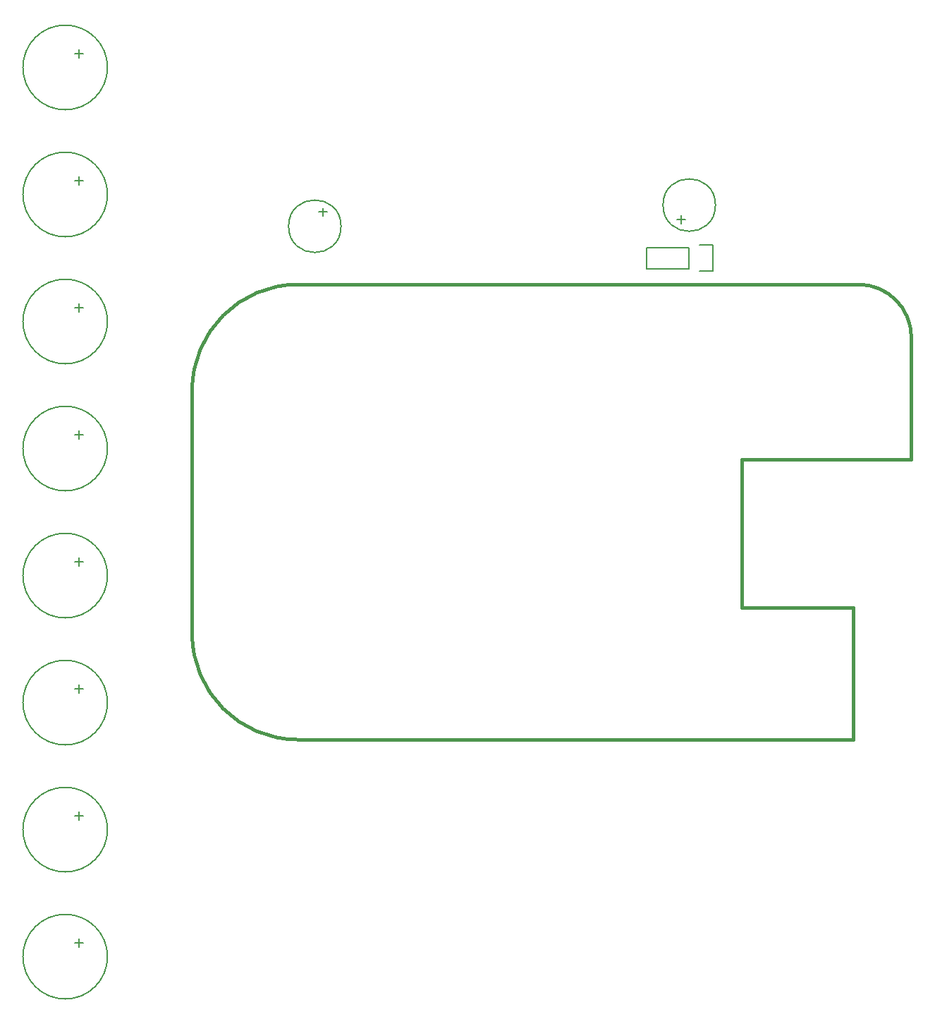
<source format=gbo>
G04 #@! TF.FileFunction,Legend,Bot*
%FSLAX46Y46*%
G04 Gerber Fmt 4.6, Leading zero omitted, Abs format (unit mm)*
G04 Created by KiCad (PCBNEW (2015-07-24 BZR 5989, Git 9b9c794)-product) date 27/07/2015 21:02:08*
%MOMM*%
G01*
G04 APERTURE LIST*
%ADD10C,0.100000*%
%ADD11C,0.381000*%
%ADD12C,0.150000*%
G04 APERTURE END LIST*
D10*
D11*
X142875000Y-93091000D02*
X142875000Y-92710000D01*
X142875000Y-92710000D02*
X129540000Y-92710000D01*
X129540000Y-92710000D02*
X129540000Y-74930000D01*
X129540000Y-74930000D02*
X149860000Y-74930000D01*
X149860000Y-74930000D02*
X149860000Y-74549000D01*
X76200000Y-108585000D02*
X142875000Y-108585000D01*
X142875000Y-108585000D02*
X142875000Y-93091000D01*
X149860000Y-74549000D02*
X149860000Y-61595000D01*
X149860000Y-60325000D02*
X149860000Y-61595000D01*
X76200000Y-53975000D02*
X143510000Y-53975000D01*
X63500000Y-66675000D02*
X63500000Y-95885000D01*
X76200000Y-53975000D02*
G75*
G03X63500000Y-66675000I0J-12700000D01*
G01*
X63500000Y-95885000D02*
G75*
G03X76200000Y-108585000I12700000J0D01*
G01*
X149860000Y-60325000D02*
G75*
G03X143510000Y-53975000I-6350000J0D01*
G01*
D12*
X122189240Y-46149260D02*
X122689620Y-46149260D01*
X122189240Y-46149260D02*
X122189240Y-46649640D01*
X121688860Y-46149260D02*
X122189240Y-46149260D01*
X122189240Y-46149260D02*
X122189240Y-45750480D01*
X122189240Y-45750480D02*
X122189240Y-45648880D01*
X126339600Y-44450000D02*
G75*
G03X126339600Y-44450000I-3149600J0D01*
G01*
X79232760Y-45290740D02*
X78732380Y-45290740D01*
X79232760Y-45290740D02*
X79232760Y-44790360D01*
X79733140Y-45290740D02*
X79232760Y-45290740D01*
X79232760Y-45290740D02*
X79232760Y-45689520D01*
X79232760Y-45689520D02*
X79232760Y-45791120D01*
X81381600Y-46990000D02*
G75*
G03X81381600Y-46990000I-3149600J0D01*
G01*
X123190000Y-52070000D02*
X118110000Y-52070000D01*
X118110000Y-52070000D02*
X118110000Y-49530000D01*
X118110000Y-49530000D02*
X123190000Y-49530000D01*
X126010000Y-49250000D02*
X124460000Y-49250000D01*
X123190000Y-49530000D02*
X123190000Y-52070000D01*
X124460000Y-52350000D02*
X126010000Y-52350000D01*
X126010000Y-52350000D02*
X126010000Y-49250000D01*
X49911000Y-132461000D02*
X49911000Y-133477000D01*
X50419000Y-132969000D02*
X49403000Y-132969000D01*
X53340000Y-134620000D02*
G75*
G03X53340000Y-134620000I-5080000J0D01*
G01*
X49911000Y-117221000D02*
X49911000Y-118237000D01*
X50419000Y-117729000D02*
X49403000Y-117729000D01*
X53340000Y-119380000D02*
G75*
G03X53340000Y-119380000I-5080000J0D01*
G01*
X49911000Y-101981000D02*
X49911000Y-102997000D01*
X50419000Y-102489000D02*
X49403000Y-102489000D01*
X53340000Y-104140000D02*
G75*
G03X53340000Y-104140000I-5080000J0D01*
G01*
X49911000Y-86741000D02*
X49911000Y-87757000D01*
X50419000Y-87249000D02*
X49403000Y-87249000D01*
X53340000Y-88900000D02*
G75*
G03X53340000Y-88900000I-5080000J0D01*
G01*
X49911000Y-71501000D02*
X49911000Y-72517000D01*
X50419000Y-72009000D02*
X49403000Y-72009000D01*
X53340000Y-73660000D02*
G75*
G03X53340000Y-73660000I-5080000J0D01*
G01*
X49911000Y-56261000D02*
X49911000Y-57277000D01*
X50419000Y-56769000D02*
X49403000Y-56769000D01*
X53340000Y-58420000D02*
G75*
G03X53340000Y-58420000I-5080000J0D01*
G01*
X49911000Y-41021000D02*
X49911000Y-42037000D01*
X50419000Y-41529000D02*
X49403000Y-41529000D01*
X53340000Y-43180000D02*
G75*
G03X53340000Y-43180000I-5080000J0D01*
G01*
X49911000Y-25781000D02*
X49911000Y-26797000D01*
X50419000Y-26289000D02*
X49403000Y-26289000D01*
X53340000Y-27940000D02*
G75*
G03X53340000Y-27940000I-5080000J0D01*
G01*
M02*

</source>
